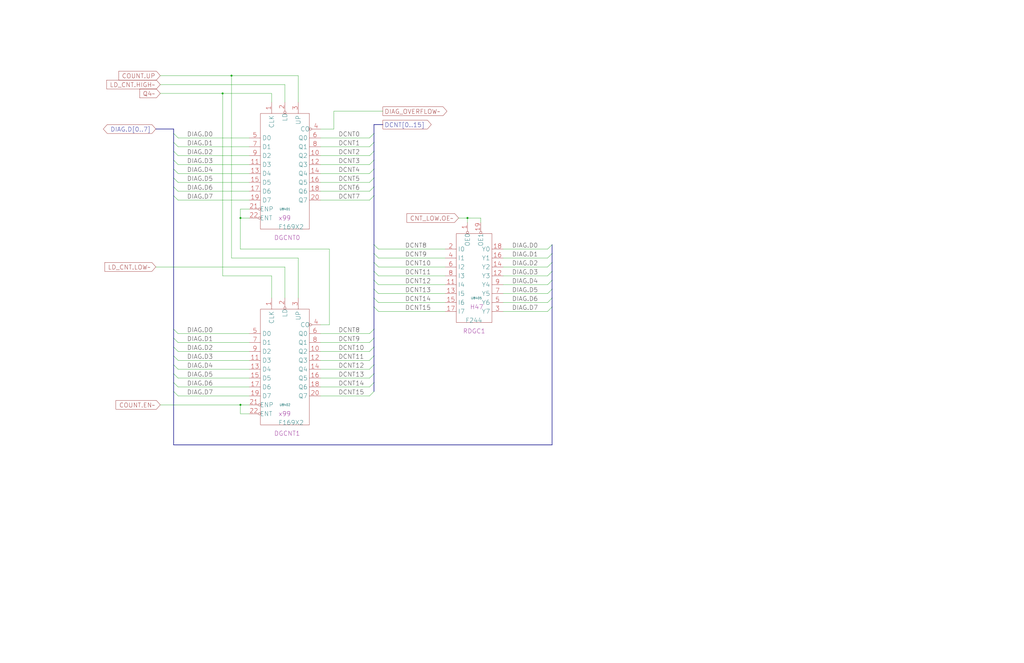
<source format=kicad_sch>
(kicad_sch (version 20220126) (generator eeschema)
  (paper "User" 584.2 378.46)
  (title_block (title "DIAGNOSTIC LOOP COUNTER") (date "22-MAY-90") (rev "1.0") (comment 1 "SEQUENCER") (comment 2 "232-003064") (comment 3 "S400") (comment 4 "RELEASED"))
  (lib_symbols
    (symbol "r1000:F169X2" (pin_names (offset 1.016))
      (property "Reference" "U" (at 2.54 5.08 0))
      (property "Value" "F169X2" (at -1.27 -5.08 0))
      (property "Location" "___" (at -1.27 0 0))
      (property "Name" "______" (at 3.81 -12.7 0))
      (symbol "F169X2_1_1"
        (circle (center -12.065 0) (radius 0.635))
        (circle (center -12.065 5.08) (radius 0.635))
        (rectangle (start -11.43 59.69) (end 16.51 -6.35))
        (circle (center 2.54 60.325) (radius 0.635))
        (circle (center 17.145 50.8) (radius 0.635))
        (pin input line (at -5.08 66.04 270) (length 6.35) (name "CLK") (number "1"))
        (pin output line (at 22.86 35.56 180) (length 6.35) (name "Q2") (number "10"))
        (pin input line (at -17.78 30.48 0) (length 6.35) (name "D3") (number "11"))
        (pin output line (at 22.86 30.48 180) (length 6.35) (name "Q3") (number "12"))
        (pin input line (at -17.78 25.4 0) (length 6.35) (name "D4") (number "13"))
        (pin output line (at 22.86 25.4 180) (length 6.35) (name "Q4") (number "14"))
        (pin input line (at -17.78 20.32 0) (length 6.35) (name "D5") (number "15"))
        (pin output line (at 22.86 20.32 180) (length 6.35) (name "Q5") (number "16"))
        (pin input line (at -17.78 15.24 0) (length 6.35) (name "D6") (number "17"))
        (pin output line (at 22.86 15.24 180) (length 6.35) (name "Q6") (number "18"))
        (pin input line (at -17.78 10.16 0) (length 6.35) (name "D7") (number "19"))
        (pin input line (at 2.54 66.04 270) (length 5.08) (name "LD") (number "2"))
        (pin output line (at 22.86 10.16 180) (length 6.35) (name "Q7") (number "20"))
        (pin input line (at -17.78 5.08 0) (length 5.08) (name "ENP") (number "21"))
        (pin input line (at -17.78 0 0) (length 5.08) (name "ENT") (number "22"))
        (pin input line (at 10.16 66.04 270) (length 6.35) (name "UP") (number "3"))
        (pin output line (at 22.86 50.8 180) (length 5.08) (name "CO") (number "4"))
        (pin input line (at -17.78 45.72 0) (length 6.35) (name "D0") (number "5"))
        (pin output line (at 22.86 45.72 180) (length 6.35) (name "Q0") (number "6"))
        (pin input line (at -17.78 40.64 0) (length 6.35) (name "D1") (number "7"))
        (pin output line (at 22.86 40.64 180) (length 6.35) (name "Q1") (number "8"))
        (pin input line (at -17.78 35.56 0) (length 6.35) (name "D2") (number "9"))
      )
    )
    (symbol "r1000:F244" (pin_names (offset 1.016))
      (property "Reference" "U" (at 2.54 5.08 0))
      (property "Value" "F244" (at -3.81 -7.62 0))
      (property "Location" "___" (at -1.27 0 0))
      (property "Name" "______" (at 1.27 -15.24 0))
      (symbol "F244_1_1"
        (rectangle (start -8.89 41.91) (end 11.43 -8.89))
        (circle (center -2.54 42.545) (radius 0.635))
        (circle (center 5.08 42.545) (radius 0.635))
        (pin input line (at -2.54 48.26 270) (length 5.08) (name "OE0") (number "1"))
        (pin input line (at -15.24 12.7 0) (length 6.35) (name "I4") (number "11"))
        (pin tri_state line (at 17.78 17.78 180) (length 6.35) (name "Y3") (number "12"))
        (pin input line (at -15.24 7.62 0) (length 6.35) (name "I5") (number "13"))
        (pin tri_state line (at 17.78 22.86 180) (length 6.35) (name "Y2") (number "14"))
        (pin input line (at -15.24 2.54 0) (length 6.35) (name "I6") (number "15"))
        (pin tri_state line (at 17.78 27.94 180) (length 6.35) (name "Y1") (number "16"))
        (pin input line (at -15.24 -2.54 0) (length 6.35) (name "I7") (number "17"))
        (pin tri_state line (at 17.78 33.02 180) (length 6.35) (name "Y0") (number "18"))
        (pin input line (at 5.08 48.26 270) (length 5.08) (name "OE1") (number "19"))
        (pin input line (at -15.24 33.02 0) (length 6.35) (name "I0") (number "2"))
        (pin tri_state line (at 17.78 -2.54 180) (length 6.35) (name "Y7") (number "3"))
        (pin input line (at -15.24 27.94 0) (length 6.35) (name "I1") (number "4"))
        (pin tri_state line (at 17.78 2.54 180) (length 6.35) (name "Y6") (number "5"))
        (pin input line (at -15.24 22.86 0) (length 6.35) (name "I2") (number "6"))
        (pin tri_state line (at 17.78 7.62 180) (length 6.35) (name "Y5") (number "7"))
        (pin input line (at -15.24 17.78 0) (length 6.35) (name "I3") (number "8"))
        (pin tri_state line (at 17.78 12.7 180) (length 6.35) (name "Y4") (number "9"))
      )
    )
  )
  (bus (pts (xy 213.36 101.6) (xy 213.36 106.68)))
  (bus (pts (xy 213.36 106.68) (xy 213.36 111.76)))
  (bus (pts (xy 213.36 111.76) (xy 213.36 139.7)))
  (bus (pts (xy 213.36 139.7) (xy 213.36 144.78)))
  (bus (pts (xy 213.36 144.78) (xy 213.36 149.86)))
  (bus (pts (xy 213.36 149.86) (xy 213.36 154.94)))
  (bus (pts (xy 213.36 154.94) (xy 213.36 160.02)))
  (bus (pts (xy 213.36 160.02) (xy 213.36 165.1)))
  (bus (pts (xy 213.36 165.1) (xy 213.36 170.18)))
  (bus (pts (xy 213.36 170.18) (xy 213.36 175.26)))
  (bus (pts (xy 213.36 175.26) (xy 213.36 187.96)))
  (bus (pts (xy 213.36 187.96) (xy 213.36 193.04)))
  (bus (pts (xy 213.36 193.04) (xy 213.36 198.12)))
  (bus (pts (xy 213.36 198.12) (xy 213.36 203.2)))
  (bus (pts (xy 213.36 203.2) (xy 213.36 208.28)))
  (bus (pts (xy 213.36 208.28) (xy 213.36 213.36)))
  (bus (pts (xy 213.36 213.36) (xy 213.36 218.44)))
  (bus (pts (xy 213.36 218.44) (xy 213.36 223.52)))
  (bus (pts (xy 213.36 71.12) (xy 213.36 76.2)))
  (bus (pts (xy 213.36 76.2) (xy 213.36 81.28)))
  (bus (pts (xy 213.36 81.28) (xy 213.36 86.36)))
  (bus (pts (xy 213.36 86.36) (xy 213.36 91.44)))
  (bus (pts (xy 213.36 91.44) (xy 213.36 96.52)))
  (bus (pts (xy 213.36 96.52) (xy 213.36 101.6)))
  (bus (pts (xy 218.44 71.12) (xy 213.36 71.12)))
  (bus (pts (xy 314.96 139.7) (xy 314.96 144.78)))
  (bus (pts (xy 314.96 144.78) (xy 314.96 149.86)))
  (bus (pts (xy 314.96 149.86) (xy 314.96 154.94)))
  (bus (pts (xy 314.96 154.94) (xy 314.96 160.02)))
  (bus (pts (xy 314.96 160.02) (xy 314.96 165.1)))
  (bus (pts (xy 314.96 165.1) (xy 314.96 170.18)))
  (bus (pts (xy 314.96 170.18) (xy 314.96 175.26)))
  (bus (pts (xy 314.96 175.26) (xy 314.96 254)))
  (bus (pts (xy 314.96 254) (xy 99.06 254)))
  (bus (pts (xy 88.9 73.66) (xy 99.06 73.66)))
  (bus (pts (xy 99.06 101.6) (xy 99.06 106.68)))
  (bus (pts (xy 99.06 106.68) (xy 99.06 111.76)))
  (bus (pts (xy 99.06 111.76) (xy 99.06 187.96)))
  (bus (pts (xy 99.06 187.96) (xy 99.06 193.04)))
  (bus (pts (xy 99.06 193.04) (xy 99.06 198.12)))
  (bus (pts (xy 99.06 198.12) (xy 99.06 203.2)))
  (bus (pts (xy 99.06 203.2) (xy 99.06 208.28)))
  (bus (pts (xy 99.06 208.28) (xy 99.06 213.36)))
  (bus (pts (xy 99.06 213.36) (xy 99.06 218.44)))
  (bus (pts (xy 99.06 218.44) (xy 99.06 223.52)))
  (bus (pts (xy 99.06 223.52) (xy 99.06 254)))
  (bus (pts (xy 99.06 73.66) (xy 99.06 76.2)))
  (bus (pts (xy 99.06 76.2) (xy 99.06 81.28)))
  (bus (pts (xy 99.06 81.28) (xy 99.06 86.36)))
  (bus (pts (xy 99.06 86.36) (xy 99.06 91.44)))
  (bus (pts (xy 99.06 91.44) (xy 99.06 96.52)))
  (bus (pts (xy 99.06 96.52) (xy 99.06 101.6)))
  (wire (pts (xy 101.6 104.14) (xy 142.24 104.14)))
  (wire (pts (xy 101.6 109.22) (xy 142.24 109.22)))
  (wire (pts (xy 101.6 114.3) (xy 142.24 114.3)))
  (wire (pts (xy 101.6 190.5) (xy 142.24 190.5)))
  (wire (pts (xy 101.6 195.58) (xy 142.24 195.58)))
  (wire (pts (xy 101.6 200.66) (xy 142.24 200.66)))
  (wire (pts (xy 101.6 205.74) (xy 142.24 205.74)))
  (wire (pts (xy 101.6 210.82) (xy 142.24 210.82)))
  (wire (pts (xy 101.6 215.9) (xy 142.24 215.9)))
  (wire (pts (xy 101.6 220.98) (xy 142.24 220.98)))
  (wire (pts (xy 101.6 226.06) (xy 142.24 226.06)))
  (wire (pts (xy 101.6 78.74) (xy 142.24 78.74)))
  (wire (pts (xy 101.6 83.82) (xy 142.24 83.82)))
  (wire (pts (xy 101.6 88.9) (xy 142.24 88.9)))
  (wire (pts (xy 101.6 93.98) (xy 142.24 93.98)))
  (wire (pts (xy 101.6 99.06) (xy 142.24 99.06)))
  (wire (pts (xy 127 157.48) (xy 154.94 157.48)))
  (wire (pts (xy 127 53.34) (xy 127 157.48)))
  (wire (pts (xy 127 53.34) (xy 154.94 53.34)))
  (wire (pts (xy 132.08 147.32) (xy 170.18 147.32)))
  (wire (pts (xy 132.08 43.18) (xy 132.08 147.32)))
  (wire (pts (xy 132.08 43.18) (xy 170.18 43.18)))
  (wire (pts (xy 137.16 119.38) (xy 137.16 124.46)))
  (wire (pts (xy 137.16 119.38) (xy 142.24 119.38)))
  (wire (pts (xy 137.16 124.46) (xy 142.24 124.46)))
  (wire (pts (xy 137.16 142.24) (xy 137.16 124.46)))
  (wire (pts (xy 137.16 231.14) (xy 142.24 231.14)))
  (wire (pts (xy 137.16 236.22) (xy 137.16 231.14)))
  (wire (pts (xy 142.24 236.22) (xy 137.16 236.22)))
  (wire (pts (xy 154.94 170.18) (xy 154.94 157.48)))
  (wire (pts (xy 154.94 53.34) (xy 154.94 58.42)))
  (wire (pts (xy 162.56 152.4) (xy 162.56 170.18)))
  (wire (pts (xy 162.56 48.26) (xy 162.56 58.42)))
  (wire (pts (xy 170.18 147.32) (xy 170.18 170.18)))
  (wire (pts (xy 170.18 43.18) (xy 170.18 58.42)))
  (wire (pts (xy 182.88 104.14) (xy 210.82 104.14)))
  (wire (pts (xy 182.88 109.22) (xy 210.82 109.22)))
  (wire (pts (xy 182.88 114.3) (xy 210.82 114.3)))
  (wire (pts (xy 182.88 185.42) (xy 187.96 185.42)))
  (wire (pts (xy 182.88 190.5) (xy 210.82 190.5)))
  (wire (pts (xy 182.88 195.58) (xy 210.82 195.58)))
  (wire (pts (xy 182.88 200.66) (xy 210.82 200.66)))
  (wire (pts (xy 182.88 205.74) (xy 210.82 205.74)))
  (wire (pts (xy 182.88 210.82) (xy 210.82 210.82)))
  (wire (pts (xy 182.88 215.9) (xy 210.82 215.9)))
  (wire (pts (xy 182.88 220.98) (xy 210.82 220.98)))
  (wire (pts (xy 182.88 226.06) (xy 210.82 226.06)))
  (wire (pts (xy 182.88 73.66) (xy 190.5 73.66)))
  (wire (pts (xy 182.88 78.74) (xy 210.82 78.74)))
  (wire (pts (xy 182.88 83.82) (xy 210.82 83.82)))
  (wire (pts (xy 182.88 88.9) (xy 210.82 88.9)))
  (wire (pts (xy 182.88 93.98) (xy 210.82 93.98)))
  (wire (pts (xy 182.88 99.06) (xy 210.82 99.06)))
  (wire (pts (xy 187.96 142.24) (xy 137.16 142.24)))
  (wire (pts (xy 187.96 185.42) (xy 187.96 142.24)))
  (wire (pts (xy 190.5 63.5) (xy 218.44 63.5)))
  (wire (pts (xy 190.5 73.66) (xy 190.5 63.5)))
  (wire (pts (xy 215.9 142.24) (xy 254 142.24)))
  (wire (pts (xy 215.9 147.32) (xy 254 147.32)))
  (wire (pts (xy 215.9 152.4) (xy 254 152.4)))
  (wire (pts (xy 215.9 157.48) (xy 254 157.48)))
  (wire (pts (xy 215.9 162.56) (xy 254 162.56)))
  (wire (pts (xy 215.9 167.64) (xy 254 167.64)))
  (wire (pts (xy 215.9 172.72) (xy 254 172.72)))
  (wire (pts (xy 215.9 177.8) (xy 254 177.8)))
  (wire (pts (xy 261.62 124.46) (xy 266.7 124.46)))
  (wire (pts (xy 266.7 124.46) (xy 266.7 127)))
  (wire (pts (xy 266.7 124.46) (xy 274.32 124.46)))
  (wire (pts (xy 274.32 124.46) (xy 274.32 127)))
  (wire (pts (xy 287.02 142.24) (xy 312.42 142.24)))
  (wire (pts (xy 287.02 147.32) (xy 312.42 147.32)))
  (wire (pts (xy 287.02 152.4) (xy 312.42 152.4)))
  (wire (pts (xy 287.02 157.48) (xy 312.42 157.48)))
  (wire (pts (xy 287.02 162.56) (xy 312.42 162.56)))
  (wire (pts (xy 287.02 167.64) (xy 312.42 167.64)))
  (wire (pts (xy 287.02 172.72) (xy 312.42 172.72)))
  (wire (pts (xy 287.02 177.8) (xy 312.42 177.8)))
  (wire (pts (xy 88.9 152.4) (xy 162.56 152.4)))
  (wire (pts (xy 91.44 231.14) (xy 137.16 231.14)))
  (wire (pts (xy 91.44 43.18) (xy 132.08 43.18)))
  (wire (pts (xy 91.44 48.26) (xy 162.56 48.26)))
  (wire (pts (xy 91.44 53.34) (xy 127 53.34)))
  (global_label "DIAG.D[0..7]" (shape bidirectional) (at 88.9 73.66 180) (effects (font (size 2.54 2.54))) (property "Intersheet References" "${INTERSHEET_REFS}" (at 61.214 73.5013 0) (effects (font (size 1.905 1.905)) (justify right))))
  (global_label "LD_CNT.LOW~" (shape input) (at 88.9 152.4 180) (effects (font (size 2.54 2.54))) (property "Intersheet References" "${INTERSHEET_REFS}" (at 59.7626 152.2413 0) (effects (font (size 1.905 1.905)) (justify right))))
  (global_label "COUNT.UP" (shape input) (at 91.44 43.18 180) (effects (font (size 2.54 2.54))) (property "Intersheet References" "${INTERSHEET_REFS}" (at 67.7454 43.0213 0) (effects (font (size 1.905 1.905)) (justify right))))
  (global_label "LD_CNT.HIGH~" (shape input) (at 91.44 48.26 180) (effects (font (size 2.54 2.54))) (property "Intersheet References" "${INTERSHEET_REFS}" (at 60.8511 48.1013 0) (effects (font (size 1.905 1.905)) (justify right))))
  (global_label "Q4~" (shape input) (at 91.44 53.34 180) (effects (font (size 2.54 2.54))) (property "Intersheet References" "${INTERSHEET_REFS}" (at 79.7197 53.1813 0) (effects (font (size 1.905 1.905)) (justify right))))
  (global_label "COUNT.EN~" (shape input) (at 91.44 231.14 180) (effects (font (size 2.54 2.54))) (property "Intersheet References" "${INTERSHEET_REFS}" (at 66.173 230.9813 0) (effects (font (size 1.905 1.905)) (justify right))))
  (bus_entry (at 99.06 76.2) (size 2.54 2.54))
  (bus_entry (at 99.06 81.28) (size 2.54 2.54))
  (bus_entry (at 99.06 86.36) (size 2.54 2.54))
  (bus_entry (at 99.06 91.44) (size 2.54 2.54))
  (bus_entry (at 99.06 96.52) (size 2.54 2.54))
  (bus_entry (at 99.06 101.6) (size 2.54 2.54))
  (bus_entry (at 99.06 106.68) (size 2.54 2.54))
  (bus_entry (at 99.06 111.76) (size 2.54 2.54))
  (bus_entry (at 99.06 187.96) (size 2.54 2.54))
  (bus_entry (at 99.06 193.04) (size 2.54 2.54))
  (bus_entry (at 99.06 198.12) (size 2.54 2.54))
  (bus_entry (at 99.06 203.2) (size 2.54 2.54))
  (bus_entry (at 99.06 208.28) (size 2.54 2.54))
  (bus_entry (at 99.06 213.36) (size 2.54 2.54))
  (bus_entry (at 99.06 218.44) (size 2.54 2.54))
  (bus_entry (at 99.06 223.52) (size 2.54 2.54))
  (label "DIAG.D0" (at 106.68 78.74 0) (effects (font (size 2.54 2.54))))
  (label "DIAG.D1" (at 106.68 83.82 0) (effects (font (size 2.54 2.54))))
  (label "DIAG.D2" (at 106.68 88.9 0) (effects (font (size 2.54 2.54))))
  (label "DIAG.D3" (at 106.68 93.98 0) (effects (font (size 2.54 2.54))))
  (label "DIAG.D4" (at 106.68 99.06 0) (effects (font (size 2.54 2.54))))
  (label "DIAG.D5" (at 106.68 104.14 0) (effects (font (size 2.54 2.54))))
  (label "DIAG.D6" (at 106.68 109.22 0) (effects (font (size 2.54 2.54))))
  (label "DIAG.D7" (at 106.68 114.3 0) (effects (font (size 2.54 2.54))))
  (label "DIAG.D0" (at 106.68 190.5 0) (effects (font (size 2.54 2.54))))
  (label "DIAG.D1" (at 106.68 195.58 0) (effects (font (size 2.54 2.54))))
  (label "DIAG.D2" (at 106.68 200.66 0) (effects (font (size 2.54 2.54))))
  (label "DIAG.D3" (at 106.68 205.74 0) (effects (font (size 2.54 2.54))))
  (label "DIAG.D4" (at 106.68 210.82 0) (effects (font (size 2.54 2.54))))
  (label "DIAG.D5" (at 106.68 215.9 0) (effects (font (size 2.54 2.54))))
  (label "DIAG.D6" (at 106.68 220.98 0) (effects (font (size 2.54 2.54))))
  (label "DIAG.D7" (at 106.68 226.06 0) (effects (font (size 2.54 2.54))))
  (junction (at 127 53.34))
  (junction (at 132.08 43.18))
  (junction (at 137.16 124.46))
  (junction (at 137.16 231.14))
  (symbol (lib_id "r1000:F169X2") (at 160.02 124.46 0) (unit 1)
    (property "Reference" "U8401" (at 162.56 119.38 0))
    (property "Value" "F169X2" (at 158.75 129.54 0) (effects (font (size 2.54 2.54)) (justify left)))
    (property "Location" "x99" (at 158.75 124.46 0) (effects (font (size 2.54 2.54)) (justify left)))
    (property "Name" "DGCNT0" (at 163.83 137.16 0) (effects (font (size 2.54 2.54)) (justify bottom)))
  )
  (symbol (lib_id "r1000:F169X2") (at 160.02 236.22 0) (unit 1)
    (property "Reference" "U8402" (at 162.56 231.14 0))
    (property "Value" "F169X2" (at 158.75 241.3 0) (effects (font (size 2.54 2.54)) (justify left)))
    (property "Location" "x99" (at 158.75 236.22 0) (effects (font (size 2.54 2.54)) (justify left)))
    (property "Name" "DGCNT1" (at 163.83 248.92 0) (effects (font (size 2.54 2.54)) (justify bottom)))
  )
  (label "DCNT0" (at 193.04 78.74 0) (effects (font (size 2.54 2.54))))
  (label "DCNT1" (at 193.04 83.82 0) (effects (font (size 2.54 2.54))))
  (label "DCNT2" (at 193.04 88.9 0) (effects (font (size 2.54 2.54))))
  (label "DCNT3" (at 193.04 93.98 0) (effects (font (size 2.54 2.54))))
  (label "DCNT4" (at 193.04 99.06 0) (effects (font (size 2.54 2.54))))
  (label "DCNT5" (at 193.04 104.14 0) (effects (font (size 2.54 2.54))))
  (label "DCNT6" (at 193.04 109.22 0) (effects (font (size 2.54 2.54))))
  (label "DCNT7" (at 193.04 114.3 0) (effects (font (size 2.54 2.54))))
  (label "DCNT8" (at 193.04 190.5 0) (effects (font (size 2.54 2.54))))
  (label "DCNT9" (at 193.04 195.58 0) (effects (font (size 2.54 2.54))))
  (label "DCNT10" (at 193.04 200.66 0) (effects (font (size 2.54 2.54))))
  (label "DCNT11" (at 193.04 205.74 0) (effects (font (size 2.54 2.54))))
  (label "DCNT12" (at 193.04 210.82 0) (effects (font (size 2.54 2.54))))
  (label "DCNT13" (at 193.04 215.9 0) (effects (font (size 2.54 2.54))))
  (label "DCNT14" (at 193.04 220.98 0) (effects (font (size 2.54 2.54))))
  (label "DCNT15" (at 193.04 226.06 0) (effects (font (size 2.54 2.54))))
  (bus_entry (at 213.36 76.2) (size -2.54 2.54))
  (bus_entry (at 213.36 81.28) (size -2.54 2.54))
  (bus_entry (at 213.36 86.36) (size -2.54 2.54))
  (bus_entry (at 213.36 91.44) (size -2.54 2.54))
  (bus_entry (at 213.36 96.52) (size -2.54 2.54))
  (bus_entry (at 213.36 101.6) (size -2.54 2.54))
  (bus_entry (at 213.36 106.68) (size -2.54 2.54))
  (bus_entry (at 213.36 111.76) (size -2.54 2.54))
  (bus_entry (at 213.36 139.7) (size 2.54 2.54))
  (bus_entry (at 213.36 144.78) (size 2.54 2.54))
  (bus_entry (at 213.36 149.86) (size 2.54 2.54))
  (bus_entry (at 213.36 154.94) (size 2.54 2.54))
  (bus_entry (at 213.36 160.02) (size 2.54 2.54))
  (bus_entry (at 213.36 165.1) (size 2.54 2.54))
  (bus_entry (at 213.36 170.18) (size 2.54 2.54))
  (bus_entry (at 213.36 175.26) (size 2.54 2.54))
  (bus_entry (at 213.36 187.96) (size -2.54 2.54))
  (bus_entry (at 213.36 193.04) (size -2.54 2.54))
  (bus_entry (at 213.36 198.12) (size -2.54 2.54))
  (bus_entry (at 213.36 203.2) (size -2.54 2.54))
  (bus_entry (at 213.36 208.28) (size -2.54 2.54))
  (bus_entry (at 213.36 213.36) (size -2.54 2.54))
  (bus_entry (at 213.36 218.44) (size -2.54 2.54))
  (bus_entry (at 213.36 223.52) (size -2.54 2.54))
  (global_label "DIAG_OVERFLOW~" (shape output) (at 218.44 63.5 0) (effects (font (size 2.54 2.54))) (property "Intersheet References" "${INTERSHEET_REFS}" (at 254.9555 63.3413 0) (effects (font (size 1.905 1.905)) (justify left))))
  (global_label "DCNT[0..15]" (shape output) (at 218.44 71.12 0) (effects (font (size 2.54 2.54))) (property "Intersheet References" "${INTERSHEET_REFS}" (at 246.386 70.9613 0) (effects (font (size 1.905 1.905)) (justify left))))
  (label "DCNT8" (at 231.14 142.24 0) (effects (font (size 2.54 2.54))))
  (label "DCNT9" (at 231.14 147.32 0) (effects (font (size 2.54 2.54))))
  (label "DCNT10" (at 231.14 152.4 0) (effects (font (size 2.54 2.54))))
  (label "DCNT11" (at 231.14 157.48 0) (effects (font (size 2.54 2.54))))
  (label "DCNT12" (at 231.14 162.56 0) (effects (font (size 2.54 2.54))))
  (label "DCNT13" (at 231.14 167.64 0) (effects (font (size 2.54 2.54))))
  (label "DCNT14" (at 231.14 172.72 0) (effects (font (size 2.54 2.54))))
  (label "DCNT15" (at 231.14 177.8 0) (effects (font (size 2.54 2.54))))
  (global_label "CNT_LOW.OE~" (shape input) (at 261.62 124.46 180) (effects (font (size 2.54 2.54))) (property "Intersheet References" "${INTERSHEET_REFS}" (at 232.1197 124.3013 0) (effects (font (size 1.905 1.905)) (justify right))))
  (junction (at 266.7 124.46))
  (symbol (lib_id "r1000:F244") (at 269.24 175.26 0) (unit 1)
    (property "Reference" "U8405" (at 271.78 170.18 0))
    (property "Value" "F244" (at 265.43 182.88 0) (effects (font (size 2.54 2.54)) (justify left)))
    (property "Location" "H47" (at 267.97 175.26 0) (effects (font (size 2.54 2.54)) (justify left)))
    (property "Name" "RDGC1" (at 270.51 190.5 0) (effects (font (size 2.54 2.54)) (justify bottom)))
  )
  (label "DIAG.D0" (at 292.1 142.24 0) (effects (font (size 2.54 2.54))))
  (label "DIAG.D1" (at 292.1 147.32 0) (effects (font (size 2.54 2.54))))
  (label "DIAG.D2" (at 292.1 152.4 0) (effects (font (size 2.54 2.54))))
  (label "DIAG.D3" (at 292.1 157.48 0) (effects (font (size 2.54 2.54))))
  (label "DIAG.D4" (at 292.1 162.56 0) (effects (font (size 2.54 2.54))))
  (label "DIAG.D5" (at 292.1 167.64 0) (effects (font (size 2.54 2.54))))
  (label "DIAG.D6" (at 292.1 172.72 0) (effects (font (size 2.54 2.54))))
  (label "DIAG.D7" (at 292.1 177.8 0) (effects (font (size 2.54 2.54))))
  (bus_entry (at 314.96 139.7) (size -2.54 2.54))
  (bus_entry (at 314.96 144.78) (size -2.54 2.54))
  (bus_entry (at 314.96 149.86) (size -2.54 2.54))
  (bus_entry (at 314.96 154.94) (size -2.54 2.54))
  (bus_entry (at 314.96 160.02) (size -2.54 2.54))
  (bus_entry (at 314.96 165.1) (size -2.54 2.54))
  (bus_entry (at 314.96 170.18) (size -2.54 2.54))
  (bus_entry (at 314.96 175.26) (size -2.54 2.54))
)
</source>
